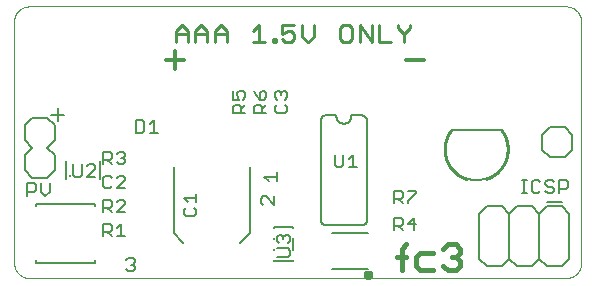
<source format=gto>
G75*
%MOIN*%
%OFA0B0*%
%FSLAX25Y25*%
%IPPOS*%
%LPD*%
%AMOC8*
5,1,8,0,0,1.08239X$1,22.5*
%
%ADD10C,0.00000*%
%ADD11C,0.00700*%
%ADD12C,0.01100*%
%ADD13C,0.00800*%
%ADD14C,0.01500*%
%ADD15C,0.00600*%
%ADD16C,0.00787*%
%ADD17C,0.00500*%
%ADD18C,0.01600*%
%ADD19C,0.00787*%
%ADD20C,0.01200*%
%ADD21C,0.00080*%
D10*
X0012000Y0060307D02*
X0190976Y0060307D01*
X0191116Y0060309D01*
X0191256Y0060315D01*
X0191396Y0060325D01*
X0191536Y0060338D01*
X0191675Y0060356D01*
X0191814Y0060378D01*
X0191951Y0060403D01*
X0192089Y0060432D01*
X0192225Y0060465D01*
X0192360Y0060502D01*
X0192494Y0060543D01*
X0192627Y0060588D01*
X0192759Y0060636D01*
X0192889Y0060688D01*
X0193018Y0060743D01*
X0193145Y0060802D01*
X0193271Y0060865D01*
X0193395Y0060931D01*
X0193516Y0061000D01*
X0193636Y0061073D01*
X0193754Y0061150D01*
X0193869Y0061229D01*
X0193983Y0061312D01*
X0194093Y0061398D01*
X0194202Y0061487D01*
X0194308Y0061579D01*
X0194411Y0061674D01*
X0194512Y0061771D01*
X0194609Y0061872D01*
X0194704Y0061975D01*
X0194796Y0062081D01*
X0194885Y0062190D01*
X0194971Y0062300D01*
X0195054Y0062414D01*
X0195133Y0062529D01*
X0195210Y0062647D01*
X0195283Y0062767D01*
X0195352Y0062888D01*
X0195418Y0063012D01*
X0195481Y0063138D01*
X0195540Y0063265D01*
X0195595Y0063394D01*
X0195647Y0063524D01*
X0195695Y0063656D01*
X0195740Y0063789D01*
X0195781Y0063923D01*
X0195818Y0064058D01*
X0195851Y0064194D01*
X0195880Y0064332D01*
X0195905Y0064469D01*
X0195927Y0064608D01*
X0195945Y0064747D01*
X0195958Y0064887D01*
X0195968Y0065027D01*
X0195974Y0065167D01*
X0195976Y0065307D01*
X0195976Y0145858D01*
X0195974Y0145998D01*
X0195968Y0146138D01*
X0195958Y0146278D01*
X0195945Y0146418D01*
X0195927Y0146557D01*
X0195905Y0146696D01*
X0195880Y0146833D01*
X0195851Y0146971D01*
X0195818Y0147107D01*
X0195781Y0147242D01*
X0195740Y0147376D01*
X0195695Y0147509D01*
X0195647Y0147641D01*
X0195595Y0147771D01*
X0195540Y0147900D01*
X0195481Y0148027D01*
X0195418Y0148153D01*
X0195352Y0148277D01*
X0195283Y0148398D01*
X0195210Y0148518D01*
X0195133Y0148636D01*
X0195054Y0148751D01*
X0194971Y0148865D01*
X0194885Y0148975D01*
X0194796Y0149084D01*
X0194704Y0149190D01*
X0194609Y0149293D01*
X0194512Y0149394D01*
X0194411Y0149491D01*
X0194308Y0149586D01*
X0194202Y0149678D01*
X0194093Y0149767D01*
X0193983Y0149853D01*
X0193869Y0149936D01*
X0193754Y0150015D01*
X0193636Y0150092D01*
X0193516Y0150165D01*
X0193395Y0150234D01*
X0193271Y0150300D01*
X0193145Y0150363D01*
X0193018Y0150422D01*
X0192889Y0150477D01*
X0192759Y0150529D01*
X0192627Y0150577D01*
X0192494Y0150622D01*
X0192360Y0150663D01*
X0192225Y0150700D01*
X0192089Y0150733D01*
X0191951Y0150762D01*
X0191814Y0150787D01*
X0191675Y0150809D01*
X0191536Y0150827D01*
X0191396Y0150840D01*
X0191256Y0150850D01*
X0191116Y0150856D01*
X0190976Y0150858D01*
X0012000Y0150858D01*
X0011860Y0150856D01*
X0011720Y0150850D01*
X0011580Y0150840D01*
X0011440Y0150827D01*
X0011301Y0150809D01*
X0011162Y0150787D01*
X0011025Y0150762D01*
X0010887Y0150733D01*
X0010751Y0150700D01*
X0010616Y0150663D01*
X0010482Y0150622D01*
X0010349Y0150577D01*
X0010217Y0150529D01*
X0010087Y0150477D01*
X0009958Y0150422D01*
X0009831Y0150363D01*
X0009705Y0150300D01*
X0009581Y0150234D01*
X0009460Y0150165D01*
X0009340Y0150092D01*
X0009222Y0150015D01*
X0009107Y0149936D01*
X0008993Y0149853D01*
X0008883Y0149767D01*
X0008774Y0149678D01*
X0008668Y0149586D01*
X0008565Y0149491D01*
X0008464Y0149394D01*
X0008367Y0149293D01*
X0008272Y0149190D01*
X0008180Y0149084D01*
X0008091Y0148975D01*
X0008005Y0148865D01*
X0007922Y0148751D01*
X0007843Y0148636D01*
X0007766Y0148518D01*
X0007693Y0148398D01*
X0007624Y0148277D01*
X0007558Y0148153D01*
X0007495Y0148027D01*
X0007436Y0147900D01*
X0007381Y0147771D01*
X0007329Y0147641D01*
X0007281Y0147509D01*
X0007236Y0147376D01*
X0007195Y0147242D01*
X0007158Y0147107D01*
X0007125Y0146971D01*
X0007096Y0146833D01*
X0007071Y0146696D01*
X0007049Y0146557D01*
X0007031Y0146418D01*
X0007018Y0146278D01*
X0007008Y0146138D01*
X0007002Y0145998D01*
X0007000Y0145858D01*
X0007000Y0065307D01*
X0007002Y0065167D01*
X0007008Y0065027D01*
X0007018Y0064887D01*
X0007031Y0064747D01*
X0007049Y0064608D01*
X0007071Y0064469D01*
X0007096Y0064332D01*
X0007125Y0064194D01*
X0007158Y0064058D01*
X0007195Y0063923D01*
X0007236Y0063789D01*
X0007281Y0063656D01*
X0007329Y0063524D01*
X0007381Y0063394D01*
X0007436Y0063265D01*
X0007495Y0063138D01*
X0007558Y0063012D01*
X0007624Y0062888D01*
X0007693Y0062767D01*
X0007766Y0062647D01*
X0007843Y0062529D01*
X0007922Y0062414D01*
X0008005Y0062300D01*
X0008091Y0062190D01*
X0008180Y0062081D01*
X0008272Y0061975D01*
X0008367Y0061872D01*
X0008464Y0061771D01*
X0008565Y0061674D01*
X0008668Y0061579D01*
X0008774Y0061487D01*
X0008883Y0061398D01*
X0008993Y0061312D01*
X0009107Y0061229D01*
X0009222Y0061150D01*
X0009340Y0061073D01*
X0009460Y0061000D01*
X0009581Y0060931D01*
X0009705Y0060865D01*
X0009831Y0060802D01*
X0009958Y0060743D01*
X0010087Y0060688D01*
X0010217Y0060636D01*
X0010349Y0060588D01*
X0010482Y0060543D01*
X0010616Y0060502D01*
X0010751Y0060465D01*
X0010887Y0060432D01*
X0011025Y0060403D01*
X0011162Y0060378D01*
X0011301Y0060356D01*
X0011440Y0060338D01*
X0011580Y0060325D01*
X0011720Y0060315D01*
X0011860Y0060309D01*
X0012000Y0060307D01*
D11*
X0021452Y0112708D02*
X0021452Y0116911D01*
X0019350Y0114810D02*
X0023554Y0114810D01*
D12*
X0060981Y0138857D02*
X0060981Y0142794D01*
X0062949Y0144762D01*
X0064918Y0142794D01*
X0064918Y0138857D01*
X0067427Y0138857D02*
X0067427Y0142794D01*
X0069395Y0144762D01*
X0071363Y0142794D01*
X0071363Y0138857D01*
X0073872Y0138857D02*
X0073872Y0142794D01*
X0075840Y0144762D01*
X0077809Y0142794D01*
X0077809Y0138857D01*
X0077809Y0141809D02*
X0073872Y0141809D01*
X0071363Y0141809D02*
X0067427Y0141809D01*
X0064918Y0141809D02*
X0060981Y0141809D01*
X0086763Y0142794D02*
X0088731Y0144762D01*
X0088731Y0138857D01*
X0086763Y0138857D02*
X0090700Y0138857D01*
X0093209Y0138857D02*
X0093209Y0139841D01*
X0094193Y0139841D01*
X0094193Y0138857D01*
X0093209Y0138857D01*
X0096431Y0139841D02*
X0097416Y0138857D01*
X0099384Y0138857D01*
X0100368Y0139841D01*
X0100368Y0141809D01*
X0099384Y0142794D01*
X0098400Y0142794D01*
X0096431Y0141809D01*
X0096431Y0144762D01*
X0100368Y0144762D01*
X0102877Y0144762D02*
X0102877Y0140825D01*
X0104845Y0138857D01*
X0106814Y0140825D01*
X0106814Y0144762D01*
X0115768Y0143778D02*
X0115768Y0139841D01*
X0116752Y0138857D01*
X0118720Y0138857D01*
X0119705Y0139841D01*
X0119705Y0143778D01*
X0118720Y0144762D01*
X0116752Y0144762D01*
X0115768Y0143778D01*
X0122213Y0144762D02*
X0126150Y0138857D01*
X0126150Y0144762D01*
X0122213Y0144762D02*
X0122213Y0138857D01*
X0128659Y0138857D02*
X0132596Y0138857D01*
X0128659Y0138857D02*
X0128659Y0144762D01*
X0135104Y0144762D02*
X0135104Y0143778D01*
X0137073Y0141809D01*
X0137073Y0138857D01*
X0137073Y0141809D02*
X0139041Y0143778D01*
X0139041Y0144762D01*
D13*
X0098100Y0121913D02*
X0098100Y0120511D01*
X0097399Y0119811D01*
X0097399Y0118009D02*
X0098100Y0117309D01*
X0098100Y0115908D01*
X0097399Y0115207D01*
X0094597Y0115207D01*
X0093896Y0115908D01*
X0093896Y0117309D01*
X0094597Y0118009D01*
X0094597Y0119811D02*
X0093896Y0120511D01*
X0093896Y0121913D01*
X0094597Y0122613D01*
X0095298Y0122613D01*
X0095998Y0121913D01*
X0096699Y0122613D01*
X0097399Y0122613D01*
X0098100Y0121913D01*
X0095998Y0121913D02*
X0095998Y0121212D01*
X0091100Y0120511D02*
X0091100Y0121913D01*
X0090399Y0122613D01*
X0089699Y0122613D01*
X0088998Y0121913D01*
X0088998Y0119811D01*
X0090399Y0119811D01*
X0091100Y0120511D01*
X0088998Y0119811D02*
X0087597Y0121212D01*
X0086896Y0122613D01*
X0084100Y0121913D02*
X0084100Y0120511D01*
X0083399Y0119811D01*
X0081998Y0119811D02*
X0081298Y0121212D01*
X0081298Y0121913D01*
X0081998Y0122613D01*
X0083399Y0122613D01*
X0084100Y0121913D01*
X0081998Y0119811D02*
X0079896Y0119811D01*
X0079896Y0122613D01*
X0080597Y0118009D02*
X0081998Y0118009D01*
X0082699Y0117309D01*
X0082699Y0115207D01*
X0084100Y0115207D02*
X0079896Y0115207D01*
X0079896Y0117309D01*
X0080597Y0118009D01*
X0082699Y0116608D02*
X0084100Y0118009D01*
X0086896Y0117309D02*
X0087597Y0118009D01*
X0088998Y0118009D01*
X0089699Y0117309D01*
X0089699Y0115207D01*
X0091100Y0115207D02*
X0086896Y0115207D01*
X0086896Y0117309D01*
X0089699Y0116608D02*
X0091100Y0118009D01*
X0109337Y0113007D02*
X0109337Y0079213D01*
X0109338Y0079213D02*
X0109350Y0079143D01*
X0109367Y0079073D01*
X0109387Y0079005D01*
X0109411Y0078938D01*
X0109438Y0078872D01*
X0109469Y0078807D01*
X0109503Y0078745D01*
X0109541Y0078684D01*
X0109582Y0078626D01*
X0109626Y0078569D01*
X0109673Y0078516D01*
X0109723Y0078465D01*
X0109775Y0078416D01*
X0109830Y0078371D01*
X0109888Y0078328D01*
X0109947Y0078289D01*
X0110009Y0078253D01*
X0110073Y0078221D01*
X0110138Y0078192D01*
X0110204Y0078166D01*
X0110272Y0078145D01*
X0110342Y0078126D01*
X0110411Y0078112D01*
X0110482Y0078102D01*
X0110553Y0078095D01*
X0110624Y0078092D01*
X0110696Y0078093D01*
X0110767Y0078098D01*
X0110838Y0078107D01*
X0110837Y0078107D02*
X0123163Y0078107D01*
X0123239Y0078109D01*
X0123314Y0078115D01*
X0123390Y0078124D01*
X0123465Y0078138D01*
X0123539Y0078155D01*
X0123612Y0078176D01*
X0123684Y0078200D01*
X0123754Y0078228D01*
X0123823Y0078260D01*
X0123891Y0078295D01*
X0123956Y0078334D01*
X0124020Y0078376D01*
X0124081Y0078421D01*
X0124140Y0078469D01*
X0124196Y0078520D01*
X0124250Y0078574D01*
X0124301Y0078630D01*
X0124349Y0078689D01*
X0124394Y0078750D01*
X0124436Y0078814D01*
X0124475Y0078879D01*
X0124510Y0078947D01*
X0124542Y0079016D01*
X0124570Y0079086D01*
X0124594Y0079158D01*
X0124615Y0079231D01*
X0124632Y0079305D01*
X0124646Y0079380D01*
X0124655Y0079456D01*
X0124661Y0079531D01*
X0124663Y0079607D01*
X0124663Y0113007D01*
X0124663Y0113006D02*
X0124651Y0113087D01*
X0124636Y0113167D01*
X0124617Y0113246D01*
X0124595Y0113324D01*
X0124568Y0113401D01*
X0124539Y0113477D01*
X0124505Y0113551D01*
X0124468Y0113623D01*
X0124428Y0113694D01*
X0124384Y0113762D01*
X0124337Y0113829D01*
X0124287Y0113893D01*
X0124234Y0113954D01*
X0124178Y0114013D01*
X0124119Y0114070D01*
X0124058Y0114123D01*
X0123994Y0114174D01*
X0123928Y0114221D01*
X0123860Y0114265D01*
X0123790Y0114306D01*
X0123718Y0114344D01*
X0123644Y0114378D01*
X0123568Y0114408D01*
X0123492Y0114435D01*
X0123414Y0114458D01*
X0123335Y0114478D01*
X0123255Y0114493D01*
X0123174Y0114505D01*
X0123094Y0114513D01*
X0123012Y0114517D01*
X0122931Y0114518D01*
X0122850Y0114514D01*
X0122769Y0114507D01*
X0122719Y0114507D02*
X0119400Y0114507D01*
X0119400Y0114307D02*
X0119398Y0114209D01*
X0119392Y0114111D01*
X0119383Y0114013D01*
X0119369Y0113916D01*
X0119352Y0113819D01*
X0119331Y0113723D01*
X0119306Y0113628D01*
X0119278Y0113534D01*
X0119245Y0113442D01*
X0119210Y0113350D01*
X0119170Y0113260D01*
X0119128Y0113172D01*
X0119081Y0113085D01*
X0119032Y0113001D01*
X0118979Y0112918D01*
X0118923Y0112838D01*
X0118863Y0112759D01*
X0118801Y0112683D01*
X0118736Y0112610D01*
X0118668Y0112539D01*
X0118597Y0112471D01*
X0118524Y0112406D01*
X0118448Y0112344D01*
X0118369Y0112284D01*
X0118289Y0112228D01*
X0118206Y0112175D01*
X0118122Y0112126D01*
X0118035Y0112079D01*
X0117947Y0112037D01*
X0117857Y0111997D01*
X0117765Y0111962D01*
X0117673Y0111929D01*
X0117579Y0111901D01*
X0117484Y0111876D01*
X0117388Y0111855D01*
X0117291Y0111838D01*
X0117194Y0111824D01*
X0117096Y0111815D01*
X0116998Y0111809D01*
X0116900Y0111807D01*
X0116802Y0111809D01*
X0116704Y0111815D01*
X0116606Y0111824D01*
X0116509Y0111838D01*
X0116412Y0111855D01*
X0116316Y0111876D01*
X0116221Y0111901D01*
X0116127Y0111929D01*
X0116035Y0111962D01*
X0115943Y0111997D01*
X0115853Y0112037D01*
X0115765Y0112079D01*
X0115678Y0112126D01*
X0115594Y0112175D01*
X0115511Y0112228D01*
X0115431Y0112284D01*
X0115352Y0112344D01*
X0115276Y0112406D01*
X0115203Y0112471D01*
X0115132Y0112539D01*
X0115064Y0112610D01*
X0114999Y0112683D01*
X0114937Y0112759D01*
X0114877Y0112838D01*
X0114821Y0112918D01*
X0114768Y0113001D01*
X0114719Y0113085D01*
X0114672Y0113172D01*
X0114630Y0113260D01*
X0114590Y0113350D01*
X0114555Y0113442D01*
X0114522Y0113534D01*
X0114494Y0113628D01*
X0114469Y0113723D01*
X0114448Y0113819D01*
X0114431Y0113916D01*
X0114417Y0114013D01*
X0114408Y0114111D01*
X0114402Y0114209D01*
X0114400Y0114307D01*
X0114400Y0114507D02*
X0110444Y0114507D01*
X0110444Y0114506D02*
X0110374Y0114494D01*
X0110304Y0114477D01*
X0110236Y0114457D01*
X0110168Y0114434D01*
X0110102Y0114406D01*
X0110038Y0114375D01*
X0109976Y0114341D01*
X0109915Y0114303D01*
X0109856Y0114263D01*
X0109800Y0114219D01*
X0109747Y0114172D01*
X0109695Y0114122D01*
X0109647Y0114069D01*
X0109602Y0114014D01*
X0109559Y0113957D01*
X0109520Y0113897D01*
X0109484Y0113835D01*
X0109452Y0113772D01*
X0109423Y0113707D01*
X0109397Y0113640D01*
X0109375Y0113572D01*
X0109357Y0113503D01*
X0109343Y0113433D01*
X0109333Y0113362D01*
X0109326Y0113291D01*
X0109323Y0113220D01*
X0109324Y0113149D01*
X0109329Y0113077D01*
X0109338Y0113007D01*
X0113900Y0101411D02*
X0113900Y0097908D01*
X0114601Y0097207D01*
X0116002Y0097207D01*
X0116702Y0097908D01*
X0116702Y0101411D01*
X0118504Y0100009D02*
X0119905Y0101411D01*
X0119905Y0097207D01*
X0118504Y0097207D02*
X0121306Y0097207D01*
X0133692Y0089411D02*
X0135794Y0089411D01*
X0136495Y0088710D01*
X0136495Y0087309D01*
X0135794Y0086608D01*
X0133692Y0086608D01*
X0133692Y0085207D02*
X0133692Y0089411D01*
X0135093Y0086608D02*
X0136495Y0085207D01*
X0138296Y0085207D02*
X0138296Y0085908D01*
X0141098Y0088710D01*
X0141098Y0089411D01*
X0138296Y0089411D01*
X0140398Y0080411D02*
X0138296Y0078309D01*
X0141098Y0078309D01*
X0140398Y0076207D02*
X0140398Y0080411D01*
X0136495Y0079710D02*
X0136495Y0078309D01*
X0135794Y0077608D01*
X0133692Y0077608D01*
X0133692Y0076207D02*
X0133692Y0080411D01*
X0135794Y0080411D01*
X0136495Y0079710D01*
X0135093Y0077608D02*
X0136495Y0076207D01*
X0162000Y0081807D02*
X0162000Y0066807D01*
X0164500Y0064307D01*
X0169500Y0064307D01*
X0172000Y0066807D01*
X0172000Y0081807D01*
X0169500Y0084307D01*
X0164500Y0084307D01*
X0162000Y0081807D01*
X0172000Y0081807D02*
X0174500Y0084307D01*
X0179500Y0084307D01*
X0182000Y0081807D01*
X0182000Y0066807D01*
X0179500Y0064307D01*
X0174500Y0064307D01*
X0172000Y0066807D01*
X0182000Y0066807D02*
X0184500Y0064307D01*
X0189500Y0064307D01*
X0192000Y0066807D01*
X0192000Y0081807D01*
X0189500Y0084307D01*
X0184500Y0084307D01*
X0182000Y0081807D01*
X0184500Y0085626D02*
X0189500Y0085626D01*
X0188677Y0088707D02*
X0188677Y0092911D01*
X0190779Y0092911D01*
X0191480Y0092210D01*
X0191480Y0090809D01*
X0190779Y0090108D01*
X0188677Y0090108D01*
X0186876Y0090108D02*
X0186175Y0090809D01*
X0184774Y0090809D01*
X0184073Y0091509D01*
X0184073Y0092210D01*
X0184774Y0092911D01*
X0186175Y0092911D01*
X0186876Y0092210D01*
X0186876Y0090108D02*
X0186876Y0089408D01*
X0186175Y0088707D01*
X0184774Y0088707D01*
X0184073Y0089408D01*
X0182272Y0089408D02*
X0181571Y0088707D01*
X0180170Y0088707D01*
X0179469Y0089408D01*
X0179469Y0092210D01*
X0180170Y0092911D01*
X0181571Y0092911D01*
X0182272Y0092210D01*
X0177801Y0092911D02*
X0176400Y0092911D01*
X0177101Y0092911D02*
X0177101Y0088707D01*
X0177801Y0088707D02*
X0176400Y0088707D01*
X0185500Y0100583D02*
X0190500Y0100583D01*
X0193000Y0103083D01*
X0193000Y0108083D01*
X0190500Y0110583D01*
X0185500Y0110583D01*
X0183000Y0108083D01*
X0183000Y0103083D01*
X0185500Y0100583D01*
X0169246Y0109807D02*
X0152754Y0109807D01*
X0158500Y0093307D02*
X0158775Y0093250D01*
X0159052Y0093199D01*
X0159330Y0093155D01*
X0159608Y0093117D01*
X0159888Y0093087D01*
X0160168Y0093063D01*
X0160449Y0093046D01*
X0160730Y0093036D01*
X0161011Y0093033D01*
X0161292Y0093037D01*
X0161573Y0093047D01*
X0161854Y0093065D01*
X0162134Y0093089D01*
X0162413Y0093120D01*
X0162692Y0093158D01*
X0162970Y0093203D01*
X0163246Y0093254D01*
X0163521Y0093312D01*
X0163795Y0093377D01*
X0164067Y0093449D01*
X0164337Y0093527D01*
X0164605Y0093611D01*
X0164871Y0093703D01*
X0165135Y0093800D01*
X0165396Y0093904D01*
X0165655Y0094015D01*
X0165911Y0094132D01*
X0166164Y0094255D01*
X0166413Y0094384D01*
X0166660Y0094519D01*
X0166903Y0094660D01*
X0167143Y0094807D01*
X0167379Y0094960D01*
X0167611Y0095118D01*
X0167840Y0095282D01*
X0168064Y0095452D01*
X0168284Y0095627D01*
X0168500Y0095807D01*
X0158500Y0093307D02*
X0158225Y0093372D01*
X0157952Y0093443D01*
X0157681Y0093521D01*
X0157411Y0093606D01*
X0157144Y0093697D01*
X0156879Y0093795D01*
X0156617Y0093899D01*
X0156357Y0094010D01*
X0156100Y0094126D01*
X0155846Y0094250D01*
X0155595Y0094379D01*
X0155348Y0094514D01*
X0155103Y0094656D01*
X0154863Y0094803D01*
X0154626Y0094957D01*
X0154392Y0095116D01*
X0154163Y0095280D01*
X0153938Y0095451D01*
X0153717Y0095626D01*
X0153500Y0095807D01*
X0158500Y0093307D02*
X0158774Y0093250D01*
X0159049Y0093199D01*
X0159326Y0093155D01*
X0159603Y0093118D01*
X0159882Y0093087D01*
X0160161Y0093064D01*
X0160440Y0093047D01*
X0160720Y0093036D01*
X0161000Y0093033D01*
X0161280Y0093036D01*
X0161560Y0093047D01*
X0161839Y0093064D01*
X0162118Y0093087D01*
X0162397Y0093118D01*
X0162674Y0093155D01*
X0162951Y0093199D01*
X0163226Y0093250D01*
X0163500Y0093307D01*
X0098848Y0074067D02*
X0098848Y0072666D01*
X0098147Y0071965D01*
X0096746Y0073366D02*
X0096746Y0074067D01*
X0097447Y0074768D01*
X0098147Y0074768D01*
X0098848Y0074067D01*
X0096746Y0074067D02*
X0096046Y0074768D01*
X0095345Y0074768D01*
X0094644Y0074067D01*
X0094644Y0072666D01*
X0095345Y0071965D01*
X0094644Y0070164D02*
X0098147Y0070164D01*
X0098848Y0069463D01*
X0098848Y0068062D01*
X0098147Y0067361D01*
X0094644Y0067361D01*
X0085472Y0075165D02*
X0082323Y0072016D01*
X0085472Y0075165D02*
X0085472Y0097212D01*
X0090396Y0094108D02*
X0091798Y0092707D01*
X0090396Y0094108D02*
X0094600Y0094108D01*
X0094600Y0092707D02*
X0094600Y0095509D01*
X0093600Y0087509D02*
X0093600Y0084707D01*
X0090798Y0087509D01*
X0090097Y0087509D01*
X0089396Y0086809D01*
X0089396Y0085408D01*
X0090097Y0084707D01*
X0067726Y0085504D02*
X0067726Y0088306D01*
X0067726Y0086905D02*
X0063522Y0086905D01*
X0064924Y0085504D01*
X0064223Y0083702D02*
X0063522Y0083002D01*
X0063522Y0081600D01*
X0064223Y0080900D01*
X0067025Y0080900D01*
X0067726Y0081600D01*
X0067726Y0083002D01*
X0067025Y0083702D01*
X0060276Y0075165D02*
X0060276Y0097212D01*
X0054929Y0108770D02*
X0052127Y0108770D01*
X0053528Y0108770D02*
X0053528Y0112974D01*
X0052127Y0111572D01*
X0050325Y0112273D02*
X0049625Y0112974D01*
X0047523Y0112974D01*
X0047523Y0108770D01*
X0049625Y0108770D01*
X0050325Y0109471D01*
X0050325Y0112273D01*
X0043398Y0102411D02*
X0041997Y0102411D01*
X0041296Y0101710D01*
X0039495Y0101710D02*
X0039495Y0100309D01*
X0038794Y0099608D01*
X0036692Y0099608D01*
X0036692Y0098207D02*
X0036692Y0102411D01*
X0038794Y0102411D01*
X0039495Y0101710D01*
X0038093Y0099608D02*
X0039495Y0098207D01*
X0041296Y0098908D02*
X0041997Y0098207D01*
X0043398Y0098207D01*
X0044098Y0098908D01*
X0044098Y0099608D01*
X0043398Y0100309D01*
X0042697Y0100309D01*
X0043398Y0100309D02*
X0044098Y0101009D01*
X0044098Y0101710D01*
X0043398Y0102411D01*
X0034098Y0097509D02*
X0033398Y0098210D01*
X0031997Y0098210D01*
X0031296Y0097509D01*
X0029495Y0098210D02*
X0029495Y0094707D01*
X0028794Y0094006D01*
X0027393Y0094006D01*
X0026692Y0094707D01*
X0026692Y0098210D01*
X0031296Y0094006D02*
X0034098Y0096809D01*
X0034098Y0097509D01*
X0034098Y0094006D02*
X0031296Y0094006D01*
X0036692Y0093710D02*
X0036692Y0090908D01*
X0037393Y0090207D01*
X0038794Y0090207D01*
X0039495Y0090908D01*
X0041296Y0090207D02*
X0044098Y0093009D01*
X0044098Y0093710D01*
X0043398Y0094411D01*
X0041997Y0094411D01*
X0041296Y0093710D01*
X0039495Y0093710D02*
X0038794Y0094411D01*
X0037393Y0094411D01*
X0036692Y0093710D01*
X0041296Y0090207D02*
X0044098Y0090207D01*
X0043398Y0086411D02*
X0041997Y0086411D01*
X0041296Y0085710D01*
X0039495Y0085710D02*
X0039495Y0084309D01*
X0038794Y0083608D01*
X0036692Y0083608D01*
X0036692Y0082207D02*
X0036692Y0086411D01*
X0038794Y0086411D01*
X0039495Y0085710D01*
X0038093Y0083608D02*
X0039495Y0082207D01*
X0041296Y0082207D02*
X0044098Y0085009D01*
X0044098Y0085710D01*
X0043398Y0086411D01*
X0044098Y0082207D02*
X0041296Y0082207D01*
X0042697Y0078411D02*
X0042697Y0074207D01*
X0041296Y0074207D02*
X0044098Y0074207D01*
X0041296Y0077009D02*
X0042697Y0078411D01*
X0039495Y0077710D02*
X0039495Y0076309D01*
X0038794Y0075608D01*
X0036692Y0075608D01*
X0036692Y0074207D02*
X0036692Y0078411D01*
X0038794Y0078411D01*
X0039495Y0077710D01*
X0038093Y0075608D02*
X0039495Y0074207D01*
X0045101Y0066911D02*
X0044400Y0066210D01*
X0045101Y0066911D02*
X0046502Y0066911D01*
X0047202Y0066210D01*
X0047202Y0065509D01*
X0046502Y0064809D01*
X0047202Y0064108D01*
X0047202Y0063408D01*
X0046502Y0062707D01*
X0045101Y0062707D01*
X0044400Y0063408D01*
X0045801Y0064809D02*
X0046502Y0064809D01*
X0060276Y0075165D02*
X0063425Y0072016D01*
X0020500Y0096307D02*
X0018000Y0093807D01*
X0013000Y0093807D01*
X0010500Y0096307D01*
X0010500Y0101307D01*
X0013000Y0103807D01*
X0010500Y0106307D01*
X0010500Y0111307D01*
X0013000Y0113807D01*
X0018000Y0113807D01*
X0020500Y0111307D01*
X0020500Y0106307D01*
X0018000Y0103807D01*
X0020500Y0101307D01*
X0020500Y0096307D01*
X0018806Y0091911D02*
X0018806Y0089108D01*
X0017405Y0087707D01*
X0016004Y0089108D01*
X0016004Y0091911D01*
X0014202Y0091210D02*
X0014202Y0089809D01*
X0013502Y0089108D01*
X0011400Y0089108D01*
X0011400Y0087707D02*
X0011400Y0091911D01*
X0013502Y0091911D01*
X0014202Y0091210D01*
D14*
X0134750Y0067311D02*
X0137586Y0067311D01*
X0136168Y0070146D02*
X0137586Y0071564D01*
X0136168Y0070146D02*
X0136168Y0063057D01*
X0140889Y0064475D02*
X0142306Y0063057D01*
X0146560Y0063057D01*
X0150096Y0064475D02*
X0151514Y0063057D01*
X0154350Y0063057D01*
X0155768Y0064475D01*
X0155768Y0065893D01*
X0154350Y0067311D01*
X0152932Y0067311D01*
X0154350Y0067311D02*
X0155768Y0068728D01*
X0155768Y0070146D01*
X0154350Y0071564D01*
X0151514Y0071564D01*
X0150096Y0070146D01*
X0146560Y0068728D02*
X0142306Y0068728D01*
X0140889Y0067311D01*
X0140889Y0064475D01*
D15*
X0099937Y0066071D02*
X0099937Y0066441D01*
X0099937Y0066071D02*
X0093559Y0066071D01*
X0093559Y0066441D01*
X0093559Y0069614D02*
X0093559Y0069984D01*
X0093559Y0073354D02*
X0093559Y0073724D01*
X0093559Y0076897D02*
X0093559Y0077268D01*
X0099937Y0077268D01*
X0099937Y0076897D01*
X0099937Y0073724D02*
X0099937Y0069614D01*
X0035598Y0093232D02*
X0035598Y0099382D01*
X0024398Y0099382D02*
X0024398Y0093232D01*
D16*
X0025472Y0094338D03*
D17*
X0033843Y0085149D02*
X0014157Y0085149D01*
X0014157Y0084362D01*
X0033843Y0084362D02*
X0033843Y0085149D01*
X0033843Y0066252D02*
X0033843Y0065464D01*
X0014157Y0065464D01*
X0014157Y0066252D01*
D18*
X0124210Y0061433D02*
X0124212Y0061486D01*
X0124218Y0061538D01*
X0124228Y0061590D01*
X0124242Y0061641D01*
X0124259Y0061690D01*
X0124281Y0061738D01*
X0124305Y0061785D01*
X0124334Y0061829D01*
X0124365Y0061871D01*
X0124400Y0061911D01*
X0124438Y0061948D01*
X0124478Y0061982D01*
X0124521Y0062013D01*
X0124566Y0062040D01*
X0124613Y0062064D01*
X0124661Y0062084D01*
X0124711Y0062101D01*
X0124762Y0062114D01*
X0124814Y0062123D01*
X0124867Y0062128D01*
X0124919Y0062129D01*
X0124972Y0062126D01*
X0125024Y0062119D01*
X0125076Y0062108D01*
X0125126Y0062093D01*
X0125175Y0062075D01*
X0125223Y0062053D01*
X0125269Y0062027D01*
X0125313Y0061998D01*
X0125355Y0061965D01*
X0125393Y0061930D01*
X0125430Y0061891D01*
X0125463Y0061851D01*
X0125493Y0061807D01*
X0125519Y0061762D01*
X0125543Y0061714D01*
X0125562Y0061666D01*
X0125578Y0061615D01*
X0125590Y0061564D01*
X0125598Y0061512D01*
X0125602Y0061459D01*
X0125602Y0061407D01*
X0125598Y0061354D01*
X0125590Y0061302D01*
X0125578Y0061251D01*
X0125562Y0061200D01*
X0125543Y0061152D01*
X0125519Y0061104D01*
X0125493Y0061059D01*
X0125463Y0061015D01*
X0125430Y0060975D01*
X0125393Y0060936D01*
X0125355Y0060901D01*
X0125313Y0060868D01*
X0125269Y0060839D01*
X0125223Y0060813D01*
X0125175Y0060791D01*
X0125126Y0060773D01*
X0125076Y0060758D01*
X0125024Y0060747D01*
X0124972Y0060740D01*
X0124919Y0060737D01*
X0124867Y0060738D01*
X0124814Y0060743D01*
X0124762Y0060752D01*
X0124711Y0060765D01*
X0124661Y0060782D01*
X0124613Y0060802D01*
X0124566Y0060826D01*
X0124521Y0060853D01*
X0124478Y0060884D01*
X0124438Y0060918D01*
X0124400Y0060955D01*
X0124365Y0060995D01*
X0124334Y0061037D01*
X0124305Y0061081D01*
X0124281Y0061128D01*
X0124259Y0061176D01*
X0124242Y0061225D01*
X0124228Y0061276D01*
X0124218Y0061328D01*
X0124212Y0061380D01*
X0124210Y0061433D01*
D19*
X0124906Y0063401D02*
X0113094Y0063401D01*
X0113094Y0075212D02*
X0124906Y0075212D01*
D20*
X0060536Y0130131D02*
X0060536Y0136002D01*
X0057600Y0133067D02*
X0063472Y0133067D01*
X0137600Y0133067D02*
X0143472Y0133067D01*
D21*
X0152447Y0109998D02*
X0153012Y0109552D01*
X0153012Y0109553D02*
X0152862Y0109356D01*
X0152716Y0109155D01*
X0152576Y0108951D01*
X0152440Y0108743D01*
X0152310Y0108532D01*
X0152185Y0108318D01*
X0152065Y0108101D01*
X0151950Y0107881D01*
X0151841Y0107659D01*
X0151738Y0107434D01*
X0151640Y0107206D01*
X0151547Y0106976D01*
X0151460Y0106744D01*
X0151379Y0106510D01*
X0151304Y0106274D01*
X0151234Y0106036D01*
X0151170Y0105796D01*
X0151112Y0105555D01*
X0151060Y0105313D01*
X0151014Y0105069D01*
X0150974Y0104825D01*
X0150940Y0104579D01*
X0150912Y0104333D01*
X0150890Y0104086D01*
X0150874Y0103839D01*
X0150864Y0103591D01*
X0150860Y0103343D01*
X0150862Y0103095D01*
X0150870Y0102848D01*
X0150885Y0102600D01*
X0150905Y0102353D01*
X0150931Y0102107D01*
X0150964Y0101861D01*
X0151002Y0101616D01*
X0151046Y0101372D01*
X0151097Y0101129D01*
X0151153Y0100888D01*
X0151215Y0100648D01*
X0151283Y0100410D01*
X0151356Y0100173D01*
X0151436Y0099938D01*
X0151521Y0099705D01*
X0151612Y0099475D01*
X0151708Y0099247D01*
X0151811Y0099021D01*
X0151918Y0098797D01*
X0152031Y0098577D01*
X0152149Y0098359D01*
X0152273Y0098144D01*
X0152402Y0097932D01*
X0152536Y0097724D01*
X0152675Y0097518D01*
X0152819Y0097317D01*
X0152967Y0097119D01*
X0153121Y0096924D01*
X0153279Y0096733D01*
X0153442Y0096547D01*
X0153610Y0096364D01*
X0153782Y0096185D01*
X0153958Y0096011D01*
X0154139Y0095841D01*
X0154323Y0095676D01*
X0154512Y0095515D01*
X0154704Y0095358D01*
X0154900Y0095207D01*
X0155100Y0095060D01*
X0155303Y0094918D01*
X0155510Y0094782D01*
X0155720Y0094650D01*
X0155933Y0094524D01*
X0156149Y0094402D01*
X0156369Y0094287D01*
X0156590Y0094176D01*
X0156815Y0094071D01*
X0157042Y0093971D01*
X0157271Y0093877D01*
X0157503Y0093789D01*
X0157737Y0093706D01*
X0157972Y0093630D01*
X0157760Y0092942D01*
X0157507Y0093024D01*
X0157257Y0093112D01*
X0157009Y0093207D01*
X0156763Y0093308D01*
X0156520Y0093414D01*
X0156279Y0093527D01*
X0156042Y0093645D01*
X0155807Y0093769D01*
X0155575Y0093899D01*
X0155347Y0094034D01*
X0155122Y0094175D01*
X0154900Y0094322D01*
X0154683Y0094474D01*
X0154469Y0094631D01*
X0154258Y0094793D01*
X0154052Y0094960D01*
X0153850Y0095133D01*
X0153652Y0095310D01*
X0153459Y0095492D01*
X0153270Y0095679D01*
X0153086Y0095870D01*
X0152907Y0096066D01*
X0152732Y0096266D01*
X0152562Y0096470D01*
X0152398Y0096678D01*
X0152238Y0096891D01*
X0152084Y0097107D01*
X0151935Y0097327D01*
X0151792Y0097550D01*
X0151654Y0097777D01*
X0151521Y0098007D01*
X0151394Y0098240D01*
X0151273Y0098477D01*
X0151158Y0098716D01*
X0151049Y0098958D01*
X0150945Y0099203D01*
X0150848Y0099450D01*
X0150757Y0099699D01*
X0150672Y0099950D01*
X0150593Y0100204D01*
X0150520Y0100459D01*
X0150454Y0100716D01*
X0150393Y0100975D01*
X0150339Y0101235D01*
X0150292Y0101496D01*
X0150251Y0101759D01*
X0150216Y0102022D01*
X0150188Y0102286D01*
X0150166Y0102551D01*
X0150151Y0102816D01*
X0150142Y0103081D01*
X0150140Y0103347D01*
X0150144Y0103612D01*
X0150155Y0103878D01*
X0150172Y0104142D01*
X0150196Y0104407D01*
X0150226Y0104671D01*
X0150263Y0104934D01*
X0150306Y0105196D01*
X0150355Y0105457D01*
X0150411Y0105716D01*
X0150473Y0105975D01*
X0150541Y0106231D01*
X0150616Y0106486D01*
X0150697Y0106739D01*
X0150784Y0106990D01*
X0150877Y0107238D01*
X0150976Y0107485D01*
X0151081Y0107729D01*
X0151192Y0107970D01*
X0151309Y0108208D01*
X0151432Y0108444D01*
X0151560Y0108676D01*
X0151694Y0108905D01*
X0151834Y0109131D01*
X0151979Y0109354D01*
X0152130Y0109572D01*
X0152285Y0109787D01*
X0152446Y0109998D01*
X0152505Y0109952D01*
X0152345Y0109742D01*
X0152191Y0109529D01*
X0152041Y0109312D01*
X0151897Y0109091D01*
X0151758Y0108866D01*
X0151625Y0108639D01*
X0151498Y0108408D01*
X0151376Y0108174D01*
X0151260Y0107937D01*
X0151149Y0107698D01*
X0151045Y0107456D01*
X0150946Y0107211D01*
X0150854Y0106964D01*
X0150768Y0106715D01*
X0150687Y0106464D01*
X0150613Y0106211D01*
X0150545Y0105956D01*
X0150484Y0105700D01*
X0150428Y0105442D01*
X0150379Y0105183D01*
X0150337Y0104922D01*
X0150300Y0104661D01*
X0150270Y0104399D01*
X0150247Y0104137D01*
X0150230Y0103873D01*
X0150219Y0103610D01*
X0150215Y0103346D01*
X0150217Y0103083D01*
X0150226Y0102819D01*
X0150241Y0102556D01*
X0150263Y0102293D01*
X0150291Y0102031D01*
X0150325Y0101769D01*
X0150366Y0101509D01*
X0150413Y0101249D01*
X0150467Y0100991D01*
X0150526Y0100734D01*
X0150592Y0100479D01*
X0150665Y0100225D01*
X0150743Y0099974D01*
X0150828Y0099724D01*
X0150918Y0099476D01*
X0151015Y0099231D01*
X0151118Y0098988D01*
X0151226Y0098748D01*
X0151341Y0098510D01*
X0151461Y0098275D01*
X0151587Y0098044D01*
X0151718Y0097815D01*
X0151855Y0097590D01*
X0151998Y0097368D01*
X0152145Y0097150D01*
X0152299Y0096935D01*
X0152457Y0096724D01*
X0152621Y0096517D01*
X0152789Y0096314D01*
X0152962Y0096116D01*
X0153141Y0095921D01*
X0153324Y0095731D01*
X0153511Y0095546D01*
X0153703Y0095365D01*
X0153899Y0095189D01*
X0154100Y0095018D01*
X0154305Y0094852D01*
X0154513Y0094691D01*
X0154726Y0094535D01*
X0154942Y0094384D01*
X0155162Y0094238D01*
X0155386Y0094098D01*
X0155613Y0093964D01*
X0155843Y0093835D01*
X0156076Y0093712D01*
X0156312Y0093594D01*
X0156551Y0093483D01*
X0156792Y0093377D01*
X0157036Y0093277D01*
X0157283Y0093183D01*
X0157531Y0093095D01*
X0157782Y0093013D01*
X0157804Y0093085D01*
X0157555Y0093166D01*
X0157308Y0093253D01*
X0157064Y0093347D01*
X0156821Y0093446D01*
X0156581Y0093551D01*
X0156344Y0093662D01*
X0156110Y0093779D01*
X0155878Y0093901D01*
X0155650Y0094029D01*
X0155425Y0094163D01*
X0155203Y0094302D01*
X0154984Y0094446D01*
X0154770Y0094596D01*
X0154558Y0094751D01*
X0154351Y0094911D01*
X0154148Y0095076D01*
X0153949Y0095246D01*
X0153754Y0095421D01*
X0153563Y0095600D01*
X0153377Y0095784D01*
X0153195Y0095973D01*
X0153018Y0096166D01*
X0152846Y0096363D01*
X0152679Y0096565D01*
X0152516Y0096770D01*
X0152359Y0096979D01*
X0152207Y0097192D01*
X0152060Y0097409D01*
X0151919Y0097630D01*
X0151783Y0097853D01*
X0151652Y0098080D01*
X0151527Y0098310D01*
X0151408Y0098543D01*
X0151294Y0098779D01*
X0151186Y0099018D01*
X0151084Y0099259D01*
X0150988Y0099503D01*
X0150898Y0099749D01*
X0150814Y0099997D01*
X0150736Y0100247D01*
X0150665Y0100499D01*
X0150599Y0100752D01*
X0150540Y0101007D01*
X0150487Y0101264D01*
X0150440Y0101521D01*
X0150399Y0101780D01*
X0150365Y0102040D01*
X0150337Y0102300D01*
X0150316Y0102561D01*
X0150301Y0102822D01*
X0150292Y0103084D01*
X0150290Y0103346D01*
X0150294Y0103608D01*
X0150305Y0103869D01*
X0150322Y0104131D01*
X0150345Y0104392D01*
X0150375Y0104652D01*
X0150411Y0104911D01*
X0150453Y0105169D01*
X0150502Y0105427D01*
X0150557Y0105683D01*
X0150618Y0105937D01*
X0150685Y0106190D01*
X0150759Y0106442D01*
X0150839Y0106691D01*
X0150925Y0106939D01*
X0151016Y0107184D01*
X0151114Y0107427D01*
X0151218Y0107667D01*
X0151327Y0107905D01*
X0151443Y0108140D01*
X0151564Y0108372D01*
X0151690Y0108602D01*
X0151822Y0108828D01*
X0151960Y0109050D01*
X0152103Y0109270D01*
X0152252Y0109485D01*
X0152405Y0109697D01*
X0152564Y0109906D01*
X0152623Y0109859D01*
X0152465Y0109652D01*
X0152313Y0109442D01*
X0152165Y0109228D01*
X0152023Y0109010D01*
X0151887Y0108789D01*
X0151755Y0108564D01*
X0151630Y0108337D01*
X0151509Y0108106D01*
X0151395Y0107873D01*
X0151286Y0107636D01*
X0151183Y0107398D01*
X0151086Y0107157D01*
X0150995Y0106913D01*
X0150910Y0106667D01*
X0150831Y0106420D01*
X0150758Y0106170D01*
X0150691Y0105919D01*
X0150630Y0105666D01*
X0150575Y0105412D01*
X0150527Y0105156D01*
X0150485Y0104900D01*
X0150449Y0104642D01*
X0150420Y0104384D01*
X0150396Y0104125D01*
X0150380Y0103865D01*
X0150369Y0103606D01*
X0150365Y0103346D01*
X0150367Y0103086D01*
X0150376Y0102826D01*
X0150391Y0102566D01*
X0150412Y0102307D01*
X0150440Y0102048D01*
X0150474Y0101791D01*
X0150514Y0101534D01*
X0150560Y0101278D01*
X0150613Y0101023D01*
X0150672Y0100770D01*
X0150737Y0100518D01*
X0150808Y0100268D01*
X0150886Y0100020D01*
X0150969Y0099774D01*
X0151058Y0099530D01*
X0151154Y0099288D01*
X0151255Y0099048D01*
X0151362Y0098811D01*
X0151475Y0098577D01*
X0151593Y0098345D01*
X0151717Y0098117D01*
X0151847Y0097892D01*
X0151982Y0097669D01*
X0152123Y0097451D01*
X0152269Y0097235D01*
X0152420Y0097024D01*
X0152576Y0096816D01*
X0152737Y0096612D01*
X0152903Y0096412D01*
X0153074Y0096216D01*
X0153250Y0096024D01*
X0153430Y0095837D01*
X0153615Y0095654D01*
X0153804Y0095476D01*
X0153998Y0095302D01*
X0154196Y0095134D01*
X0154398Y0094970D01*
X0154603Y0094811D01*
X0154813Y0094657D01*
X0155026Y0094508D01*
X0155243Y0094365D01*
X0155464Y0094227D01*
X0155687Y0094094D01*
X0155914Y0093967D01*
X0156144Y0093845D01*
X0156377Y0093730D01*
X0156612Y0093619D01*
X0156850Y0093515D01*
X0157091Y0093416D01*
X0157334Y0093324D01*
X0157579Y0093237D01*
X0157826Y0093157D01*
X0157848Y0093228D01*
X0157603Y0093308D01*
X0157360Y0093394D01*
X0157118Y0093486D01*
X0156879Y0093584D01*
X0156643Y0093688D01*
X0156409Y0093797D01*
X0156178Y0093912D01*
X0155950Y0094033D01*
X0155724Y0094159D01*
X0155502Y0094291D01*
X0155284Y0094428D01*
X0155068Y0094570D01*
X0154857Y0094718D01*
X0154648Y0094871D01*
X0154444Y0095029D01*
X0154244Y0095191D01*
X0154047Y0095359D01*
X0153855Y0095531D01*
X0153667Y0095708D01*
X0153483Y0095890D01*
X0153304Y0096076D01*
X0153130Y0096266D01*
X0152960Y0096461D01*
X0152795Y0096659D01*
X0152635Y0096862D01*
X0152480Y0097068D01*
X0152330Y0097278D01*
X0152185Y0097492D01*
X0152046Y0097709D01*
X0151912Y0097930D01*
X0151783Y0098154D01*
X0151660Y0098380D01*
X0151542Y0098610D01*
X0151430Y0098843D01*
X0151324Y0099078D01*
X0151223Y0099316D01*
X0151129Y0099556D01*
X0151040Y0099799D01*
X0150957Y0100043D01*
X0150880Y0100290D01*
X0150810Y0100538D01*
X0150745Y0100788D01*
X0150686Y0101039D01*
X0150634Y0101292D01*
X0150588Y0101546D01*
X0150548Y0101801D01*
X0150514Y0102057D01*
X0150487Y0102314D01*
X0150466Y0102571D01*
X0150451Y0102829D01*
X0150442Y0103087D01*
X0150440Y0103345D01*
X0150444Y0103603D01*
X0150455Y0103861D01*
X0150471Y0104119D01*
X0150494Y0104376D01*
X0150524Y0104633D01*
X0150559Y0104888D01*
X0150601Y0105143D01*
X0150649Y0105397D01*
X0150703Y0105649D01*
X0150763Y0105900D01*
X0150830Y0106150D01*
X0150902Y0106398D01*
X0150981Y0106643D01*
X0151065Y0106887D01*
X0151156Y0107129D01*
X0151252Y0107369D01*
X0151355Y0107606D01*
X0151463Y0107840D01*
X0151576Y0108072D01*
X0151696Y0108301D01*
X0151820Y0108527D01*
X0151951Y0108750D01*
X0152087Y0108969D01*
X0152228Y0109186D01*
X0152374Y0109398D01*
X0152525Y0109607D01*
X0152682Y0109813D01*
X0152741Y0109766D01*
X0152585Y0109562D01*
X0152435Y0109355D01*
X0152290Y0109144D01*
X0152150Y0108929D01*
X0152015Y0108711D01*
X0151885Y0108490D01*
X0151762Y0108265D01*
X0151643Y0108038D01*
X0151530Y0107808D01*
X0151423Y0107575D01*
X0151322Y0107340D01*
X0151226Y0107102D01*
X0151136Y0106862D01*
X0151052Y0106620D01*
X0150974Y0106375D01*
X0150902Y0106129D01*
X0150836Y0105882D01*
X0150776Y0105632D01*
X0150722Y0105382D01*
X0150675Y0105130D01*
X0150633Y0104877D01*
X0150598Y0104623D01*
X0150569Y0104368D01*
X0150546Y0104113D01*
X0150529Y0103857D01*
X0150519Y0103601D01*
X0150515Y0103345D01*
X0150517Y0103089D01*
X0150526Y0102832D01*
X0150540Y0102576D01*
X0150561Y0102321D01*
X0150589Y0102066D01*
X0150622Y0101812D01*
X0150662Y0101559D01*
X0150708Y0101306D01*
X0150760Y0101055D01*
X0150818Y0100806D01*
X0150882Y0100558D01*
X0150952Y0100311D01*
X0151028Y0100066D01*
X0151111Y0099824D01*
X0151199Y0099583D01*
X0151293Y0099344D01*
X0151392Y0099108D01*
X0151498Y0098875D01*
X0151609Y0098644D01*
X0151726Y0098416D01*
X0151848Y0098190D01*
X0151976Y0097968D01*
X0152109Y0097749D01*
X0152248Y0097533D01*
X0152392Y0097321D01*
X0152540Y0097112D01*
X0152694Y0096908D01*
X0152853Y0096706D01*
X0153017Y0096509D01*
X0153186Y0096316D01*
X0153359Y0096127D01*
X0153537Y0095943D01*
X0153719Y0095762D01*
X0153906Y0095587D01*
X0154096Y0095415D01*
X0154291Y0095249D01*
X0154490Y0095087D01*
X0154693Y0094931D01*
X0154900Y0094779D01*
X0155110Y0094633D01*
X0155324Y0094491D01*
X0155541Y0094355D01*
X0155762Y0094224D01*
X0155985Y0094099D01*
X0156212Y0093979D01*
X0156441Y0093865D01*
X0156674Y0093756D01*
X0156908Y0093653D01*
X0157146Y0093556D01*
X0157385Y0093465D01*
X0157627Y0093379D01*
X0157871Y0093300D01*
X0157893Y0093372D01*
X0157651Y0093451D01*
X0157411Y0093535D01*
X0157173Y0093626D01*
X0156937Y0093722D01*
X0156704Y0093825D01*
X0156474Y0093932D01*
X0156246Y0094046D01*
X0156021Y0094165D01*
X0155799Y0094289D01*
X0155580Y0094419D01*
X0155365Y0094554D01*
X0155152Y0094695D01*
X0154943Y0094840D01*
X0154738Y0094991D01*
X0154537Y0095146D01*
X0154339Y0095307D01*
X0154146Y0095472D01*
X0153956Y0095642D01*
X0153771Y0095816D01*
X0153590Y0095995D01*
X0153414Y0096179D01*
X0153242Y0096366D01*
X0153074Y0096558D01*
X0152912Y0096754D01*
X0152754Y0096953D01*
X0152601Y0097157D01*
X0152453Y0097364D01*
X0152310Y0097575D01*
X0152173Y0097789D01*
X0152041Y0098006D01*
X0151914Y0098227D01*
X0151792Y0098451D01*
X0151676Y0098677D01*
X0151566Y0098906D01*
X0151461Y0099138D01*
X0151362Y0099373D01*
X0151269Y0099610D01*
X0151181Y0099849D01*
X0151100Y0100090D01*
X0151024Y0100333D01*
X0150954Y0100577D01*
X0150891Y0100824D01*
X0150833Y0101072D01*
X0150781Y0101321D01*
X0150736Y0101571D01*
X0150696Y0101823D01*
X0150663Y0102075D01*
X0150636Y0102328D01*
X0150615Y0102582D01*
X0150601Y0102836D01*
X0150592Y0103090D01*
X0150590Y0103345D01*
X0150594Y0103599D01*
X0150604Y0103853D01*
X0150621Y0104107D01*
X0150643Y0104361D01*
X0150672Y0104614D01*
X0150707Y0104866D01*
X0150749Y0105117D01*
X0150796Y0105367D01*
X0150849Y0105616D01*
X0150909Y0105863D01*
X0150974Y0106109D01*
X0151046Y0106353D01*
X0151123Y0106596D01*
X0151206Y0106836D01*
X0151296Y0107075D01*
X0151391Y0107311D01*
X0151491Y0107544D01*
X0151598Y0107775D01*
X0151710Y0108004D01*
X0151827Y0108230D01*
X0151951Y0108452D01*
X0152079Y0108672D01*
X0152213Y0108889D01*
X0152352Y0109102D01*
X0152496Y0109311D01*
X0152645Y0109517D01*
X0152800Y0109720D01*
X0152859Y0109673D01*
X0152706Y0109473D01*
X0152557Y0109268D01*
X0152414Y0109060D01*
X0152276Y0108848D01*
X0152143Y0108633D01*
X0152016Y0108415D01*
X0151893Y0108194D01*
X0151777Y0107970D01*
X0151665Y0107743D01*
X0151560Y0107514D01*
X0151460Y0107282D01*
X0151366Y0107047D01*
X0151277Y0106811D01*
X0151194Y0106572D01*
X0151117Y0106331D01*
X0151046Y0106089D01*
X0150981Y0105845D01*
X0150922Y0105599D01*
X0150869Y0105352D01*
X0150822Y0105104D01*
X0150781Y0104854D01*
X0150747Y0104604D01*
X0150718Y0104353D01*
X0150696Y0104101D01*
X0150679Y0103849D01*
X0150669Y0103597D01*
X0150665Y0103344D01*
X0150667Y0103092D01*
X0150676Y0102839D01*
X0150690Y0102587D01*
X0150711Y0102335D01*
X0150738Y0102084D01*
X0150771Y0101833D01*
X0150810Y0101584D01*
X0150855Y0101335D01*
X0150906Y0101088D01*
X0150963Y0100842D01*
X0151027Y0100597D01*
X0151096Y0100354D01*
X0151171Y0100113D01*
X0151252Y0099873D01*
X0151339Y0099636D01*
X0151431Y0099401D01*
X0151530Y0099168D01*
X0151634Y0098938D01*
X0151743Y0098710D01*
X0151859Y0098486D01*
X0151979Y0098264D01*
X0152105Y0098045D01*
X0152236Y0097829D01*
X0152373Y0097616D01*
X0152515Y0097407D01*
X0152661Y0097201D01*
X0152813Y0096999D01*
X0152970Y0096801D01*
X0153131Y0096607D01*
X0153297Y0096416D01*
X0153468Y0096230D01*
X0153643Y0096048D01*
X0153823Y0095870D01*
X0154007Y0095697D01*
X0154195Y0095529D01*
X0154387Y0095365D01*
X0154583Y0095205D01*
X0154783Y0095051D01*
X0154987Y0094901D01*
X0155194Y0094757D01*
X0155405Y0094617D01*
X0155619Y0094483D01*
X0155836Y0094354D01*
X0156057Y0094231D01*
X0156280Y0094113D01*
X0156506Y0094000D01*
X0156735Y0093893D01*
X0156966Y0093792D01*
X0157200Y0093696D01*
X0157436Y0093606D01*
X0157675Y0093522D01*
X0157915Y0093443D01*
X0157937Y0093515D01*
X0157698Y0093593D01*
X0157462Y0093676D01*
X0157228Y0093766D01*
X0156995Y0093861D01*
X0156766Y0093961D01*
X0156539Y0094068D01*
X0156314Y0094180D01*
X0156092Y0094297D01*
X0155874Y0094419D01*
X0155658Y0094547D01*
X0155445Y0094681D01*
X0155236Y0094819D01*
X0155030Y0094962D01*
X0154828Y0095111D01*
X0154630Y0095264D01*
X0154435Y0095422D01*
X0154244Y0095585D01*
X0154058Y0095753D01*
X0153875Y0095925D01*
X0153697Y0096101D01*
X0153523Y0096282D01*
X0153353Y0096466D01*
X0153188Y0096655D01*
X0153028Y0096848D01*
X0152872Y0097045D01*
X0152722Y0097246D01*
X0152576Y0097450D01*
X0152436Y0097657D01*
X0152300Y0097869D01*
X0152170Y0098083D01*
X0152045Y0098300D01*
X0151925Y0098521D01*
X0151811Y0098744D01*
X0151702Y0098970D01*
X0151599Y0099198D01*
X0151501Y0099429D01*
X0151409Y0099663D01*
X0151323Y0099898D01*
X0151242Y0100136D01*
X0151168Y0100375D01*
X0151099Y0100617D01*
X0151036Y0100859D01*
X0150979Y0101104D01*
X0150929Y0101349D01*
X0150884Y0101596D01*
X0150845Y0101844D01*
X0150812Y0102093D01*
X0150785Y0102342D01*
X0150765Y0102592D01*
X0150751Y0102842D01*
X0150742Y0103093D01*
X0150740Y0103344D01*
X0150744Y0103595D01*
X0150754Y0103845D01*
X0150770Y0104095D01*
X0150793Y0104345D01*
X0150821Y0104594D01*
X0150856Y0104843D01*
X0150896Y0105090D01*
X0150943Y0105337D01*
X0150995Y0105582D01*
X0151054Y0105826D01*
X0151119Y0106068D01*
X0151189Y0106309D01*
X0151265Y0106548D01*
X0151347Y0106785D01*
X0151435Y0107020D01*
X0151529Y0107253D01*
X0151628Y0107483D01*
X0151733Y0107711D01*
X0151844Y0107936D01*
X0151959Y0108158D01*
X0152081Y0108378D01*
X0152207Y0108594D01*
X0152339Y0108808D01*
X0152476Y0109018D01*
X0152618Y0109224D01*
X0152766Y0109428D01*
X0152918Y0109627D01*
X0152977Y0109581D01*
X0152826Y0109383D01*
X0152679Y0109181D01*
X0152538Y0108976D01*
X0152402Y0108767D01*
X0152271Y0108556D01*
X0152146Y0108341D01*
X0152025Y0108123D01*
X0151910Y0107902D01*
X0151801Y0107678D01*
X0151697Y0107452D01*
X0151598Y0107224D01*
X0151505Y0106993D01*
X0151418Y0106759D01*
X0151336Y0106524D01*
X0151261Y0106287D01*
X0151191Y0106048D01*
X0151127Y0105807D01*
X0151069Y0105565D01*
X0151016Y0105322D01*
X0150970Y0105077D01*
X0150930Y0104832D01*
X0150895Y0104585D01*
X0150867Y0104338D01*
X0150845Y0104090D01*
X0150829Y0103841D01*
X0150819Y0103592D01*
X0150815Y0103343D01*
X0150817Y0103094D01*
X0150825Y0102846D01*
X0150840Y0102597D01*
X0150860Y0102349D01*
X0150887Y0102101D01*
X0150919Y0101855D01*
X0150958Y0101609D01*
X0151002Y0101364D01*
X0151053Y0101120D01*
X0151109Y0100877D01*
X0151171Y0100636D01*
X0151240Y0100397D01*
X0151314Y0100159D01*
X0151394Y0099923D01*
X0151479Y0099689D01*
X0151570Y0099458D01*
X0151667Y0099229D01*
X0151770Y0099002D01*
X0151878Y0098777D01*
X0151991Y0098556D01*
X0152110Y0098337D01*
X0152234Y0098121D01*
X0152364Y0097908D01*
X0152498Y0097699D01*
X0152638Y0097493D01*
X0152782Y0097290D01*
X0152932Y0097091D01*
X0153086Y0096896D01*
X0153245Y0096704D01*
X0153409Y0096517D01*
X0153577Y0096333D01*
X0153750Y0096154D01*
X0153927Y0095979D01*
X0154108Y0095808D01*
X0154294Y0095642D01*
X0154483Y0095480D01*
X0154676Y0095323D01*
X0154873Y0095171D01*
X0155074Y0095024D01*
X0155278Y0094881D01*
X0155486Y0094744D01*
X0155697Y0094612D01*
X0155911Y0094485D01*
X0156128Y0094363D01*
X0156348Y0094246D01*
X0156571Y0094135D01*
X0156796Y0094030D01*
X0157025Y0093930D01*
X0157255Y0093836D01*
X0157488Y0093747D01*
X0157722Y0093664D01*
X0157959Y0093587D01*
X0164239Y0092942D02*
X0164027Y0093630D01*
X0164028Y0093630D02*
X0164263Y0093706D01*
X0164497Y0093789D01*
X0164729Y0093877D01*
X0164958Y0093971D01*
X0165185Y0094071D01*
X0165409Y0094176D01*
X0165631Y0094286D01*
X0165850Y0094402D01*
X0166067Y0094524D01*
X0166280Y0094650D01*
X0166490Y0094782D01*
X0166697Y0094918D01*
X0166900Y0095060D01*
X0167100Y0095207D01*
X0167296Y0095358D01*
X0167488Y0095515D01*
X0167677Y0095676D01*
X0167861Y0095841D01*
X0168042Y0096011D01*
X0168218Y0096185D01*
X0168390Y0096364D01*
X0168557Y0096546D01*
X0168720Y0096733D01*
X0168879Y0096924D01*
X0169032Y0097118D01*
X0169181Y0097317D01*
X0169325Y0097518D01*
X0169464Y0097724D01*
X0169598Y0097932D01*
X0169727Y0098144D01*
X0169851Y0098359D01*
X0169969Y0098577D01*
X0170082Y0098797D01*
X0170189Y0099021D01*
X0170291Y0099246D01*
X0170388Y0099475D01*
X0170479Y0099705D01*
X0170564Y0099938D01*
X0170643Y0100173D01*
X0170717Y0100410D01*
X0170785Y0100648D01*
X0170847Y0100888D01*
X0170903Y0101129D01*
X0170954Y0101372D01*
X0170998Y0101616D01*
X0171036Y0101861D01*
X0171069Y0102107D01*
X0171095Y0102353D01*
X0171115Y0102600D01*
X0171130Y0102847D01*
X0171138Y0103095D01*
X0171140Y0103343D01*
X0171136Y0103591D01*
X0171126Y0103839D01*
X0171110Y0104086D01*
X0171088Y0104333D01*
X0171060Y0104579D01*
X0171026Y0104825D01*
X0170986Y0105069D01*
X0170940Y0105313D01*
X0170888Y0105555D01*
X0170830Y0105796D01*
X0170766Y0106036D01*
X0170696Y0106273D01*
X0170621Y0106510D01*
X0170540Y0106744D01*
X0170453Y0106976D01*
X0170360Y0107206D01*
X0170262Y0107434D01*
X0170159Y0107659D01*
X0170050Y0107881D01*
X0169935Y0108101D01*
X0169815Y0108318D01*
X0169690Y0108532D01*
X0169560Y0108743D01*
X0169424Y0108950D01*
X0169284Y0109155D01*
X0169139Y0109355D01*
X0168988Y0109553D01*
X0169553Y0109998D01*
X0169554Y0109998D01*
X0169715Y0109787D01*
X0169871Y0109572D01*
X0170021Y0109353D01*
X0170166Y0109131D01*
X0170306Y0108905D01*
X0170440Y0108676D01*
X0170568Y0108444D01*
X0170691Y0108208D01*
X0170808Y0107970D01*
X0170919Y0107728D01*
X0171024Y0107485D01*
X0171123Y0107238D01*
X0171217Y0106990D01*
X0171304Y0106739D01*
X0171384Y0106486D01*
X0171459Y0106231D01*
X0171527Y0105974D01*
X0171589Y0105716D01*
X0171645Y0105457D01*
X0171695Y0105196D01*
X0171737Y0104934D01*
X0171774Y0104671D01*
X0171804Y0104407D01*
X0171828Y0104142D01*
X0171845Y0103877D01*
X0171856Y0103612D01*
X0171860Y0103347D01*
X0171858Y0103081D01*
X0171849Y0102816D01*
X0171834Y0102550D01*
X0171812Y0102286D01*
X0171784Y0102022D01*
X0171749Y0101759D01*
X0171708Y0101496D01*
X0171660Y0101235D01*
X0171607Y0100975D01*
X0171546Y0100716D01*
X0171480Y0100459D01*
X0171407Y0100204D01*
X0171328Y0099950D01*
X0171243Y0099699D01*
X0171152Y0099449D01*
X0171054Y0099202D01*
X0170951Y0098958D01*
X0170842Y0098716D01*
X0170727Y0098477D01*
X0170606Y0098240D01*
X0170479Y0098007D01*
X0170346Y0097777D01*
X0170208Y0097550D01*
X0170065Y0097326D01*
X0169916Y0097107D01*
X0169762Y0096890D01*
X0169602Y0096678D01*
X0169438Y0096470D01*
X0169268Y0096266D01*
X0169093Y0096066D01*
X0168914Y0095870D01*
X0168730Y0095679D01*
X0168541Y0095492D01*
X0168347Y0095310D01*
X0168150Y0095133D01*
X0167948Y0094960D01*
X0167742Y0094793D01*
X0167531Y0094631D01*
X0167317Y0094473D01*
X0167099Y0094322D01*
X0166878Y0094175D01*
X0166653Y0094034D01*
X0166425Y0093899D01*
X0166193Y0093769D01*
X0165958Y0093645D01*
X0165720Y0093527D01*
X0165480Y0093414D01*
X0165237Y0093307D01*
X0164991Y0093207D01*
X0164743Y0093112D01*
X0164492Y0093024D01*
X0164240Y0092942D01*
X0164218Y0093013D01*
X0164469Y0093095D01*
X0164717Y0093183D01*
X0164964Y0093277D01*
X0165208Y0093377D01*
X0165449Y0093482D01*
X0165688Y0093594D01*
X0165924Y0093712D01*
X0166157Y0093835D01*
X0166387Y0093964D01*
X0166614Y0094098D01*
X0166838Y0094238D01*
X0167057Y0094384D01*
X0167274Y0094535D01*
X0167486Y0094691D01*
X0167695Y0094852D01*
X0167900Y0095018D01*
X0168100Y0095189D01*
X0168297Y0095365D01*
X0168489Y0095546D01*
X0168676Y0095731D01*
X0168859Y0095921D01*
X0169037Y0096116D01*
X0169211Y0096314D01*
X0169379Y0096517D01*
X0169543Y0096724D01*
X0169701Y0096935D01*
X0169854Y0097149D01*
X0170002Y0097368D01*
X0170145Y0097590D01*
X0170282Y0097815D01*
X0170413Y0098044D01*
X0170539Y0098275D01*
X0170659Y0098510D01*
X0170774Y0098748D01*
X0170882Y0098988D01*
X0170985Y0099231D01*
X0171082Y0099476D01*
X0171172Y0099724D01*
X0171257Y0099973D01*
X0171335Y0100225D01*
X0171408Y0100479D01*
X0171474Y0100734D01*
X0171533Y0100991D01*
X0171587Y0101249D01*
X0171634Y0101509D01*
X0171675Y0101769D01*
X0171709Y0102031D01*
X0171737Y0102293D01*
X0171759Y0102556D01*
X0171774Y0102819D01*
X0171783Y0103082D01*
X0171785Y0103346D01*
X0171781Y0103610D01*
X0171770Y0103873D01*
X0171753Y0104136D01*
X0171730Y0104399D01*
X0171700Y0104661D01*
X0171663Y0104922D01*
X0171621Y0105182D01*
X0171572Y0105442D01*
X0171516Y0105699D01*
X0171455Y0105956D01*
X0171387Y0106211D01*
X0171313Y0106464D01*
X0171232Y0106715D01*
X0171146Y0106964D01*
X0171054Y0107211D01*
X0170955Y0107456D01*
X0170851Y0107698D01*
X0170740Y0107937D01*
X0170624Y0108174D01*
X0170502Y0108408D01*
X0170375Y0108639D01*
X0170242Y0108866D01*
X0170103Y0109091D01*
X0169959Y0109311D01*
X0169810Y0109529D01*
X0169655Y0109742D01*
X0169495Y0109952D01*
X0169436Y0109905D01*
X0169595Y0109697D01*
X0169748Y0109485D01*
X0169897Y0109269D01*
X0170040Y0109050D01*
X0170178Y0108827D01*
X0170310Y0108601D01*
X0170437Y0108372D01*
X0170558Y0108140D01*
X0170673Y0107905D01*
X0170782Y0107667D01*
X0170886Y0107427D01*
X0170984Y0107184D01*
X0171076Y0106938D01*
X0171161Y0106691D01*
X0171241Y0106442D01*
X0171315Y0106190D01*
X0171382Y0105937D01*
X0171443Y0105683D01*
X0171498Y0105427D01*
X0171547Y0105169D01*
X0171589Y0104911D01*
X0171625Y0104652D01*
X0171655Y0104391D01*
X0171678Y0104131D01*
X0171695Y0103869D01*
X0171706Y0103608D01*
X0171710Y0103346D01*
X0171708Y0103084D01*
X0171699Y0102822D01*
X0171684Y0102561D01*
X0171663Y0102300D01*
X0171635Y0102039D01*
X0171601Y0101780D01*
X0171560Y0101521D01*
X0171513Y0101263D01*
X0171460Y0101007D01*
X0171401Y0100752D01*
X0171335Y0100499D01*
X0171263Y0100247D01*
X0171186Y0099997D01*
X0171102Y0099749D01*
X0171012Y0099503D01*
X0170916Y0099259D01*
X0170814Y0099018D01*
X0170706Y0098779D01*
X0170592Y0098543D01*
X0170473Y0098310D01*
X0170348Y0098080D01*
X0170217Y0097853D01*
X0170081Y0097629D01*
X0169940Y0097409D01*
X0169793Y0097192D01*
X0169641Y0096979D01*
X0169484Y0096770D01*
X0169321Y0096564D01*
X0169154Y0096363D01*
X0168982Y0096166D01*
X0168805Y0095973D01*
X0168623Y0095784D01*
X0168437Y0095600D01*
X0168246Y0095420D01*
X0168051Y0095246D01*
X0167852Y0095076D01*
X0167649Y0094911D01*
X0167441Y0094751D01*
X0167230Y0094596D01*
X0167016Y0094446D01*
X0166797Y0094302D01*
X0166575Y0094163D01*
X0166350Y0094029D01*
X0166122Y0093901D01*
X0165890Y0093779D01*
X0165656Y0093662D01*
X0165418Y0093551D01*
X0165179Y0093446D01*
X0164936Y0093347D01*
X0164692Y0093253D01*
X0164445Y0093166D01*
X0164196Y0093085D01*
X0164174Y0093157D01*
X0164421Y0093237D01*
X0164666Y0093324D01*
X0164909Y0093416D01*
X0165150Y0093515D01*
X0165388Y0093619D01*
X0165623Y0093729D01*
X0165856Y0093845D01*
X0166086Y0093967D01*
X0166313Y0094094D01*
X0166536Y0094227D01*
X0166757Y0094365D01*
X0166974Y0094508D01*
X0167187Y0094657D01*
X0167396Y0094811D01*
X0167602Y0094970D01*
X0167804Y0095133D01*
X0168002Y0095302D01*
X0168196Y0095476D01*
X0168385Y0095654D01*
X0168570Y0095837D01*
X0168750Y0096024D01*
X0168926Y0096216D01*
X0169097Y0096412D01*
X0169263Y0096612D01*
X0169424Y0096816D01*
X0169580Y0097024D01*
X0169731Y0097235D01*
X0169877Y0097451D01*
X0170018Y0097669D01*
X0170153Y0097891D01*
X0170283Y0098117D01*
X0170407Y0098345D01*
X0170525Y0098577D01*
X0170638Y0098811D01*
X0170745Y0099048D01*
X0170846Y0099288D01*
X0170941Y0099529D01*
X0171031Y0099774D01*
X0171114Y0100020D01*
X0171192Y0100268D01*
X0171263Y0100518D01*
X0171328Y0100770D01*
X0171387Y0101023D01*
X0171440Y0101278D01*
X0171486Y0101534D01*
X0171526Y0101790D01*
X0171560Y0102048D01*
X0171588Y0102307D01*
X0171609Y0102566D01*
X0171624Y0102826D01*
X0171633Y0103085D01*
X0171635Y0103345D01*
X0171631Y0103605D01*
X0171620Y0103865D01*
X0171604Y0104125D01*
X0171580Y0104384D01*
X0171551Y0104642D01*
X0171515Y0104900D01*
X0171473Y0105156D01*
X0171425Y0105412D01*
X0171370Y0105666D01*
X0171309Y0105919D01*
X0171242Y0106170D01*
X0171169Y0106419D01*
X0171090Y0106667D01*
X0171005Y0106913D01*
X0170914Y0107156D01*
X0170817Y0107398D01*
X0170714Y0107636D01*
X0170605Y0107872D01*
X0170491Y0108106D01*
X0170371Y0108337D01*
X0170245Y0108564D01*
X0170113Y0108789D01*
X0169977Y0109010D01*
X0169835Y0109227D01*
X0169687Y0109442D01*
X0169535Y0109652D01*
X0169377Y0109859D01*
X0169318Y0109813D01*
X0169475Y0109607D01*
X0169626Y0109398D01*
X0169773Y0109185D01*
X0169914Y0108969D01*
X0170049Y0108750D01*
X0170180Y0108527D01*
X0170305Y0108301D01*
X0170424Y0108072D01*
X0170538Y0107840D01*
X0170646Y0107606D01*
X0170748Y0107369D01*
X0170844Y0107129D01*
X0170935Y0106887D01*
X0171019Y0106643D01*
X0171098Y0106397D01*
X0171170Y0106150D01*
X0171237Y0105900D01*
X0171297Y0105649D01*
X0171351Y0105397D01*
X0171399Y0105143D01*
X0171441Y0104888D01*
X0171476Y0104632D01*
X0171506Y0104376D01*
X0171529Y0104119D01*
X0171545Y0103861D01*
X0171556Y0103603D01*
X0171560Y0103345D01*
X0171558Y0103087D01*
X0171549Y0102829D01*
X0171534Y0102571D01*
X0171513Y0102314D01*
X0171486Y0102057D01*
X0171452Y0101801D01*
X0171412Y0101546D01*
X0171366Y0101292D01*
X0171314Y0101039D01*
X0171255Y0100788D01*
X0171190Y0100538D01*
X0171120Y0100290D01*
X0171043Y0100043D01*
X0170960Y0099799D01*
X0170871Y0099556D01*
X0170777Y0099316D01*
X0170676Y0099078D01*
X0170570Y0098843D01*
X0170458Y0098610D01*
X0170340Y0098380D01*
X0170217Y0098153D01*
X0170088Y0097930D01*
X0169954Y0097709D01*
X0169815Y0097492D01*
X0169670Y0097278D01*
X0169520Y0097068D01*
X0169365Y0096862D01*
X0169205Y0096659D01*
X0169040Y0096460D01*
X0168870Y0096266D01*
X0168696Y0096076D01*
X0168516Y0095890D01*
X0168333Y0095708D01*
X0168145Y0095531D01*
X0167953Y0095359D01*
X0167756Y0095191D01*
X0167556Y0095028D01*
X0167352Y0094871D01*
X0167143Y0094718D01*
X0166932Y0094570D01*
X0166716Y0094428D01*
X0166497Y0094291D01*
X0166275Y0094159D01*
X0166050Y0094033D01*
X0165822Y0093912D01*
X0165591Y0093797D01*
X0165357Y0093688D01*
X0165121Y0093584D01*
X0164882Y0093486D01*
X0164640Y0093394D01*
X0164397Y0093308D01*
X0164152Y0093228D01*
X0164129Y0093300D01*
X0164373Y0093379D01*
X0164615Y0093465D01*
X0164854Y0093556D01*
X0165092Y0093653D01*
X0165326Y0093756D01*
X0165558Y0093865D01*
X0165788Y0093979D01*
X0166015Y0094099D01*
X0166238Y0094224D01*
X0166459Y0094355D01*
X0166676Y0094491D01*
X0166890Y0094632D01*
X0167100Y0094779D01*
X0167307Y0094931D01*
X0167509Y0095087D01*
X0167708Y0095249D01*
X0167903Y0095415D01*
X0168094Y0095586D01*
X0168281Y0095762D01*
X0168463Y0095942D01*
X0168641Y0096127D01*
X0168814Y0096316D01*
X0168983Y0096509D01*
X0169147Y0096706D01*
X0169305Y0096907D01*
X0169459Y0097112D01*
X0169608Y0097321D01*
X0169752Y0097533D01*
X0169891Y0097749D01*
X0170024Y0097968D01*
X0170152Y0098190D01*
X0170274Y0098415D01*
X0170391Y0098644D01*
X0170502Y0098875D01*
X0170608Y0099108D01*
X0170707Y0099344D01*
X0170801Y0099583D01*
X0170889Y0099823D01*
X0170972Y0100066D01*
X0171048Y0100311D01*
X0171118Y0100557D01*
X0171182Y0100806D01*
X0171240Y0101055D01*
X0171292Y0101306D01*
X0171338Y0101559D01*
X0171378Y0101812D01*
X0171411Y0102066D01*
X0171439Y0102321D01*
X0171460Y0102576D01*
X0171474Y0102832D01*
X0171483Y0103088D01*
X0171485Y0103345D01*
X0171481Y0103601D01*
X0171471Y0103857D01*
X0171454Y0104113D01*
X0171431Y0104368D01*
X0171402Y0104623D01*
X0171367Y0104877D01*
X0171325Y0105130D01*
X0171278Y0105382D01*
X0171224Y0105632D01*
X0171164Y0105882D01*
X0171098Y0106129D01*
X0171026Y0106375D01*
X0170948Y0106619D01*
X0170864Y0106862D01*
X0170774Y0107102D01*
X0170679Y0107339D01*
X0170577Y0107575D01*
X0170470Y0107808D01*
X0170357Y0108038D01*
X0170239Y0108265D01*
X0170115Y0108490D01*
X0169985Y0108711D01*
X0169850Y0108929D01*
X0169710Y0109144D01*
X0169565Y0109355D01*
X0169415Y0109562D01*
X0169259Y0109766D01*
X0169200Y0109720D01*
X0169355Y0109517D01*
X0169504Y0109311D01*
X0169648Y0109102D01*
X0169787Y0108888D01*
X0169921Y0108672D01*
X0170050Y0108452D01*
X0170173Y0108230D01*
X0170290Y0108004D01*
X0170402Y0107775D01*
X0170509Y0107544D01*
X0170609Y0107310D01*
X0170704Y0107074D01*
X0170794Y0106836D01*
X0170877Y0106596D01*
X0170954Y0106353D01*
X0171026Y0106109D01*
X0171091Y0105863D01*
X0171151Y0105615D01*
X0171204Y0105367D01*
X0171252Y0105117D01*
X0171293Y0104865D01*
X0171328Y0104613D01*
X0171357Y0104361D01*
X0171379Y0104107D01*
X0171396Y0103853D01*
X0171406Y0103599D01*
X0171410Y0103344D01*
X0171408Y0103090D01*
X0171399Y0102836D01*
X0171385Y0102581D01*
X0171364Y0102328D01*
X0171337Y0102075D01*
X0171304Y0101822D01*
X0171264Y0101571D01*
X0171219Y0101321D01*
X0171167Y0101071D01*
X0171109Y0100824D01*
X0171046Y0100577D01*
X0170976Y0100332D01*
X0170900Y0100089D01*
X0170819Y0099848D01*
X0170731Y0099609D01*
X0170638Y0099373D01*
X0170539Y0099138D01*
X0170434Y0098906D01*
X0170324Y0098677D01*
X0170208Y0098450D01*
X0170086Y0098227D01*
X0169959Y0098006D01*
X0169827Y0097789D01*
X0169690Y0097575D01*
X0169547Y0097364D01*
X0169399Y0097157D01*
X0169246Y0096953D01*
X0169088Y0096754D01*
X0168926Y0096558D01*
X0168758Y0096366D01*
X0168586Y0096179D01*
X0168410Y0095995D01*
X0168229Y0095816D01*
X0168044Y0095642D01*
X0167854Y0095472D01*
X0167661Y0095307D01*
X0167463Y0095146D01*
X0167262Y0094991D01*
X0167056Y0094840D01*
X0166848Y0094695D01*
X0166635Y0094554D01*
X0166420Y0094419D01*
X0166201Y0094289D01*
X0165979Y0094165D01*
X0165754Y0094046D01*
X0165526Y0093932D01*
X0165296Y0093825D01*
X0165062Y0093722D01*
X0164827Y0093626D01*
X0164589Y0093535D01*
X0164349Y0093450D01*
X0164107Y0093372D01*
X0164085Y0093443D01*
X0164325Y0093522D01*
X0164564Y0093606D01*
X0164800Y0093696D01*
X0165033Y0093792D01*
X0165265Y0093893D01*
X0165494Y0094000D01*
X0165720Y0094113D01*
X0165943Y0094231D01*
X0166164Y0094354D01*
X0166381Y0094483D01*
X0166595Y0094617D01*
X0166806Y0094757D01*
X0167013Y0094901D01*
X0167217Y0095051D01*
X0167417Y0095205D01*
X0167613Y0095364D01*
X0167805Y0095528D01*
X0167993Y0095697D01*
X0168177Y0095870D01*
X0168357Y0096048D01*
X0168532Y0096230D01*
X0168703Y0096416D01*
X0168869Y0096607D01*
X0169030Y0096801D01*
X0169187Y0096999D01*
X0169339Y0097201D01*
X0169485Y0097407D01*
X0169627Y0097616D01*
X0169764Y0097829D01*
X0169895Y0098044D01*
X0170021Y0098263D01*
X0170141Y0098485D01*
X0170257Y0098710D01*
X0170366Y0098938D01*
X0170470Y0099168D01*
X0170568Y0099401D01*
X0170661Y0099636D01*
X0170748Y0099873D01*
X0170829Y0100113D01*
X0170904Y0100354D01*
X0170973Y0100597D01*
X0171037Y0100841D01*
X0171094Y0101087D01*
X0171145Y0101335D01*
X0171190Y0101583D01*
X0171229Y0101833D01*
X0171262Y0102084D01*
X0171289Y0102335D01*
X0171310Y0102587D01*
X0171324Y0102839D01*
X0171333Y0103091D01*
X0171335Y0103344D01*
X0171331Y0103597D01*
X0171321Y0103849D01*
X0171304Y0104101D01*
X0171282Y0104353D01*
X0171253Y0104604D01*
X0171219Y0104854D01*
X0171178Y0105103D01*
X0171131Y0105352D01*
X0171078Y0105599D01*
X0171019Y0105844D01*
X0170954Y0106089D01*
X0170883Y0106331D01*
X0170806Y0106572D01*
X0170723Y0106810D01*
X0170635Y0107047D01*
X0170540Y0107281D01*
X0170440Y0107513D01*
X0170335Y0107743D01*
X0170223Y0107970D01*
X0170107Y0108194D01*
X0169984Y0108415D01*
X0169857Y0108633D01*
X0169724Y0108848D01*
X0169586Y0109060D01*
X0169443Y0109268D01*
X0169295Y0109472D01*
X0169141Y0109673D01*
X0169083Y0109627D01*
X0169235Y0109427D01*
X0169382Y0109224D01*
X0169524Y0109018D01*
X0169661Y0108808D01*
X0169793Y0108594D01*
X0169919Y0108378D01*
X0170041Y0108158D01*
X0170157Y0107936D01*
X0170267Y0107711D01*
X0170372Y0107483D01*
X0170471Y0107252D01*
X0170565Y0107020D01*
X0170653Y0106785D01*
X0170735Y0106548D01*
X0170811Y0106309D01*
X0170881Y0106068D01*
X0170946Y0105826D01*
X0171005Y0105582D01*
X0171057Y0105337D01*
X0171104Y0105090D01*
X0171144Y0104843D01*
X0171179Y0104594D01*
X0171207Y0104345D01*
X0171230Y0104095D01*
X0171246Y0103845D01*
X0171256Y0103594D01*
X0171260Y0103344D01*
X0171258Y0103093D01*
X0171249Y0102842D01*
X0171235Y0102592D01*
X0171214Y0102342D01*
X0171188Y0102092D01*
X0171155Y0101844D01*
X0171116Y0101596D01*
X0171071Y0101349D01*
X0171021Y0101104D01*
X0170964Y0100859D01*
X0170901Y0100616D01*
X0170832Y0100375D01*
X0170758Y0100136D01*
X0170677Y0099898D01*
X0170591Y0099663D01*
X0170499Y0099429D01*
X0170401Y0099198D01*
X0170298Y0098970D01*
X0170189Y0098744D01*
X0170075Y0098520D01*
X0169955Y0098300D01*
X0169830Y0098083D01*
X0169700Y0097868D01*
X0169564Y0097657D01*
X0169424Y0097450D01*
X0169278Y0097246D01*
X0169127Y0097045D01*
X0168972Y0096848D01*
X0168812Y0096655D01*
X0168647Y0096466D01*
X0168477Y0096281D01*
X0168303Y0096101D01*
X0168125Y0095924D01*
X0167942Y0095752D01*
X0167756Y0095585D01*
X0167565Y0095422D01*
X0167370Y0095264D01*
X0167172Y0095111D01*
X0166969Y0094962D01*
X0166764Y0094819D01*
X0166555Y0094681D01*
X0166342Y0094547D01*
X0166126Y0094419D01*
X0165908Y0094297D01*
X0165686Y0094180D01*
X0165461Y0094068D01*
X0165234Y0093961D01*
X0165004Y0093861D01*
X0164772Y0093766D01*
X0164538Y0093676D01*
X0164301Y0093593D01*
X0164063Y0093515D01*
X0164041Y0093587D01*
X0164278Y0093664D01*
X0164512Y0093747D01*
X0164745Y0093836D01*
X0164975Y0093930D01*
X0165203Y0094030D01*
X0165429Y0094135D01*
X0165652Y0094246D01*
X0165872Y0094363D01*
X0166089Y0094485D01*
X0166303Y0094612D01*
X0166514Y0094744D01*
X0166722Y0094881D01*
X0166926Y0095023D01*
X0167127Y0095171D01*
X0167324Y0095323D01*
X0167517Y0095480D01*
X0167706Y0095642D01*
X0167892Y0095808D01*
X0168073Y0095978D01*
X0168250Y0096154D01*
X0168423Y0096333D01*
X0168591Y0096516D01*
X0168755Y0096704D01*
X0168914Y0096896D01*
X0169068Y0097091D01*
X0169218Y0097290D01*
X0169362Y0097493D01*
X0169502Y0097699D01*
X0169636Y0097908D01*
X0169766Y0098121D01*
X0169890Y0098337D01*
X0170009Y0098556D01*
X0170122Y0098777D01*
X0170230Y0099001D01*
X0170333Y0099228D01*
X0170430Y0099458D01*
X0170521Y0099689D01*
X0170606Y0099923D01*
X0170686Y0100159D01*
X0170760Y0100397D01*
X0170829Y0100636D01*
X0170891Y0100877D01*
X0170947Y0101120D01*
X0170998Y0101363D01*
X0171042Y0101608D01*
X0171081Y0101854D01*
X0171113Y0102101D01*
X0171140Y0102349D01*
X0171160Y0102597D01*
X0171175Y0102845D01*
X0171183Y0103094D01*
X0171185Y0103343D01*
X0171181Y0103592D01*
X0171171Y0103841D01*
X0171155Y0104089D01*
X0171133Y0104337D01*
X0171105Y0104585D01*
X0171070Y0104831D01*
X0171030Y0105077D01*
X0170984Y0105322D01*
X0170932Y0105565D01*
X0170873Y0105807D01*
X0170809Y0106048D01*
X0170739Y0106287D01*
X0170664Y0106524D01*
X0170582Y0106759D01*
X0170495Y0106992D01*
X0170402Y0107223D01*
X0170303Y0107452D01*
X0170199Y0107678D01*
X0170090Y0107902D01*
X0169975Y0108122D01*
X0169854Y0108340D01*
X0169729Y0108555D01*
X0169598Y0108767D01*
X0169462Y0108976D01*
X0169321Y0109181D01*
X0169175Y0109382D01*
X0169024Y0109580D01*
M02*

</source>
